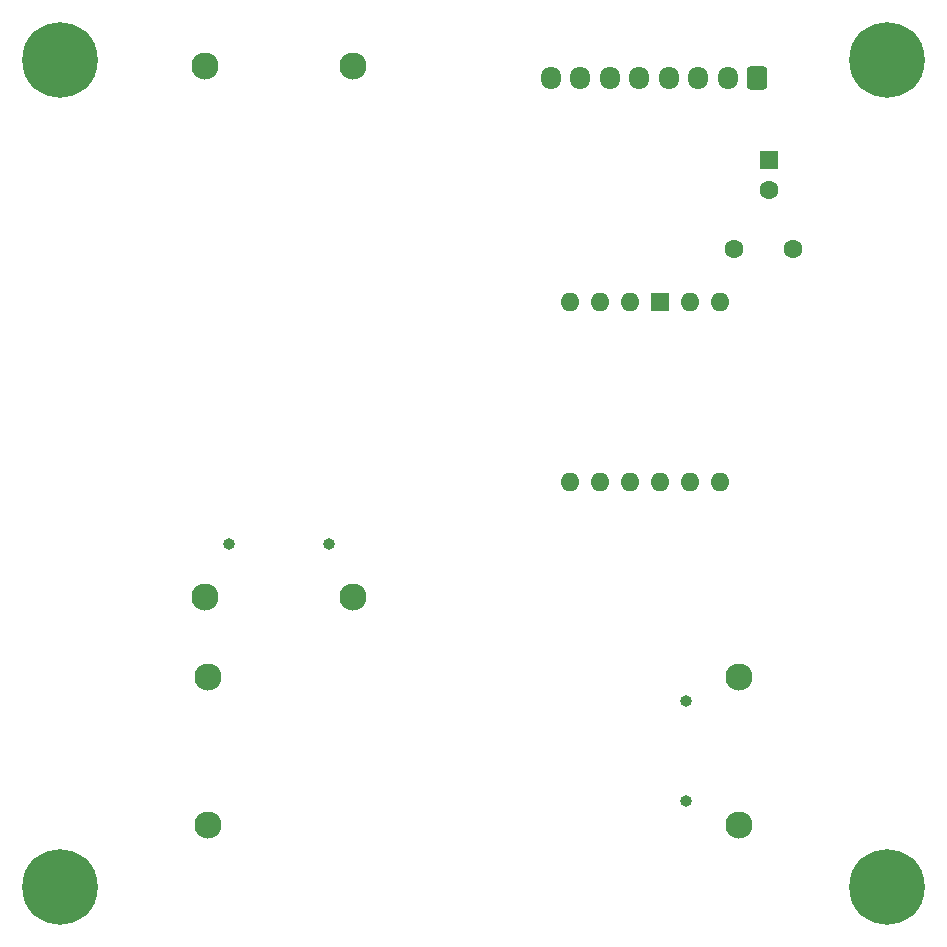
<source format=gbr>
%TF.GenerationSoftware,KiCad,Pcbnew,9.0.4*%
%TF.CreationDate,2025-10-27T02:18:45+05:45*%
%TF.ProjectId,magnetorquer,6d61676e-6574-46f7-9271-7565722e6b69,rev?*%
%TF.SameCoordinates,Original*%
%TF.FileFunction,Soldermask,Top*%
%TF.FilePolarity,Negative*%
%FSLAX46Y46*%
G04 Gerber Fmt 4.6, Leading zero omitted, Abs format (unit mm)*
G04 Created by KiCad (PCBNEW 9.0.4) date 2025-10-27 02:18:45*
%MOMM*%
%LPD*%
G01*
G04 APERTURE LIST*
G04 Aperture macros list*
%AMRoundRect*
0 Rectangle with rounded corners*
0 $1 Rounding radius*
0 $2 $3 $4 $5 $6 $7 $8 $9 X,Y pos of 4 corners*
0 Add a 4 corners polygon primitive as box body*
4,1,4,$2,$3,$4,$5,$6,$7,$8,$9,$2,$3,0*
0 Add four circle primitives for the rounded corners*
1,1,$1+$1,$2,$3*
1,1,$1+$1,$4,$5*
1,1,$1+$1,$6,$7*
1,1,$1+$1,$8,$9*
0 Add four rect primitives between the rounded corners*
20,1,$1+$1,$2,$3,$4,$5,0*
20,1,$1+$1,$4,$5,$6,$7,0*
20,1,$1+$1,$6,$7,$8,$9,0*
20,1,$1+$1,$8,$9,$2,$3,0*%
G04 Aperture macros list end*
%ADD10O,1.600000X1.600000*%
%ADD11R,1.600000X1.600000*%
%ADD12RoundRect,0.250000X0.600000X0.725000X-0.600000X0.725000X-0.600000X-0.725000X0.600000X-0.725000X0*%
%ADD13O,1.700000X1.950000*%
%ADD14RoundRect,0.250000X-0.550000X0.550000X-0.550000X-0.550000X0.550000X-0.550000X0.550000X0.550000X0*%
%ADD15C,1.600000*%
%ADD16C,2.300000*%
%ADD17O,1.000000X1.000000*%
%ADD18C,0.800000*%
%ADD19C,6.400000*%
G04 APERTURE END LIST*
D10*
%TO.C,U1*%
X48150000Y-40730000D03*
X50690000Y-40730000D03*
X53230000Y-40730000D03*
X55770000Y-40730000D03*
X58310000Y-40730000D03*
X60850000Y-40730000D03*
X60850000Y-25490000D03*
X58310000Y-25490000D03*
D11*
X55770000Y-25490000D03*
D10*
X53230000Y-25490000D03*
X50690000Y-25490000D03*
X48150000Y-25490000D03*
%TD*%
D12*
%TO.C,J3*%
X64000000Y-6500000D03*
D13*
X61500000Y-6500000D03*
X59000000Y-6500000D03*
X56500000Y-6500000D03*
X54000000Y-6500000D03*
X51500000Y-6500000D03*
X49000000Y-6500000D03*
X46500000Y-6500000D03*
%TD*%
D14*
%TO.C,C2*%
X65000000Y-13500000D03*
D15*
X65000000Y-16000000D03*
%TD*%
%TO.C,C1*%
X67000000Y-21000000D03*
X62000000Y-21000000D03*
%TD*%
D16*
%TO.C,J1*%
X17250000Y-5500000D03*
X17250000Y-50500000D03*
X29750000Y-5500000D03*
X29750000Y-50500000D03*
D17*
X19250000Y-46000000D03*
X27750000Y-46000000D03*
%TD*%
D16*
%TO.C,J2*%
X17500000Y-69750000D03*
X62500000Y-69750000D03*
X17500000Y-57250000D03*
X62500000Y-57250000D03*
D17*
X58000000Y-67750000D03*
X58000000Y-59250000D03*
%TD*%
D18*
%TO.C,REF\u002A\u002A*%
X2600000Y-75000000D03*
X3302944Y-73302944D03*
X3302944Y-76697056D03*
X5000000Y-72600000D03*
D19*
X5000000Y-75000000D03*
D18*
X5000000Y-77400000D03*
X6697056Y-73302944D03*
X6697056Y-76697056D03*
X7400000Y-75000000D03*
%TD*%
%TO.C,REF\u002A\u002A*%
X72600000Y-5000000D03*
X73302944Y-3302944D03*
X73302944Y-6697056D03*
X75000000Y-2600000D03*
D19*
X75000000Y-5000000D03*
D18*
X75000000Y-7400000D03*
X76697056Y-3302944D03*
X76697056Y-6697056D03*
X77400000Y-5000000D03*
%TD*%
%TO.C,REF\u002A\u002A*%
X2600000Y-5000000D03*
X3302944Y-3302944D03*
X3302944Y-6697056D03*
X5000000Y-2600000D03*
D19*
X5000000Y-5000000D03*
D18*
X5000000Y-7400000D03*
X6697056Y-3302944D03*
X6697056Y-6697056D03*
X7400000Y-5000000D03*
%TD*%
%TO.C,REF\u002A\u002A*%
X72600000Y-75000000D03*
X73302944Y-73302944D03*
X73302944Y-76697056D03*
X75000000Y-72600000D03*
D19*
X75000000Y-75000000D03*
D18*
X75000000Y-77400000D03*
X76697056Y-73302944D03*
X76697056Y-76697056D03*
X77400000Y-75000000D03*
%TD*%
M02*

</source>
